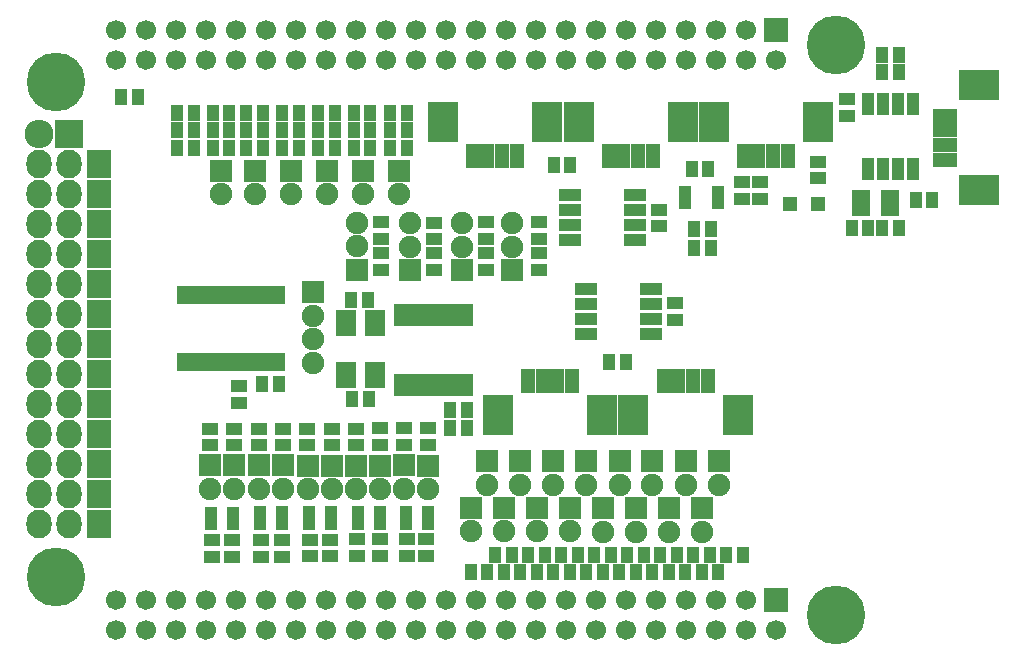
<source format=gts>
G04 #@! TF.FileFunction,Soldermask,Top*
%FSLAX46Y46*%
G04 Gerber Fmt 4.6, Leading zero omitted, Abs format (unit mm)*
G04 Created by KiCad (PCBNEW 0.201603200401+6630~43~ubuntu14.04.1-product) date Tue 22 Mar 2016 10:49:07 AM CET*
%MOMM*%
G01*
G04 APERTURE LIST*
%ADD10C,0.100000*%
%ADD11C,1.900000*%
%ADD12R,1.900000X1.900000*%
%ADD13R,2.127200X2.432000*%
%ADD14O,2.127200X2.432000*%
%ADD15R,2.000000X1.200000*%
%ADD16R,3.400000X2.500000*%
%ADD17R,1.200000X2.000000*%
%ADD18R,2.500000X3.400000*%
%ADD19R,0.800000X1.500000*%
%ADD20R,1.920000X1.000000*%
%ADD21R,1.000000X1.920000*%
%ADD22R,0.850000X1.850000*%
%ADD23R,1.800000X2.200000*%
%ADD24R,1.500000X2.300000*%
%ADD25R,1.100000X0.650000*%
%ADD26C,4.972000*%
%ADD27R,2.051000X2.051000*%
%ADD28C,1.700480*%
%ADD29R,1.060000X0.700000*%
%ADD30R,1.300000X1.300000*%
%ADD31R,2.432000X2.432000*%
%ADD32O,2.432000X2.432000*%
%ADD33R,1.400000X1.100000*%
%ADD34R,1.100000X1.400000*%
G04 APERTURE END LIST*
D10*
D11*
X127635000Y-77375000D03*
D12*
X127635000Y-81375000D03*
D11*
X127635000Y-79375000D03*
X123444000Y-77375000D03*
D12*
X123444000Y-81375000D03*
D11*
X123444000Y-79375000D03*
X118999000Y-77375000D03*
D12*
X118999000Y-81375000D03*
D11*
X118999000Y-79375000D03*
X114554000Y-77343000D03*
D12*
X114554000Y-81343000D03*
D11*
X114554000Y-79343000D03*
D13*
X92671900Y-72377300D03*
D14*
X90131900Y-72377300D03*
X87591900Y-72377300D03*
D13*
X92671900Y-74917300D03*
D14*
X90131900Y-74917300D03*
X87591900Y-74917300D03*
D13*
X92671900Y-77457300D03*
D14*
X90131900Y-77457300D03*
X87591900Y-77457300D03*
D13*
X92671900Y-79997300D03*
D14*
X90131900Y-79997300D03*
X87591900Y-79997300D03*
D13*
X92671900Y-82537300D03*
D14*
X90131900Y-82537300D03*
X87591900Y-82537300D03*
D13*
X92671900Y-85077300D03*
D14*
X90131900Y-85077300D03*
X87591900Y-85077300D03*
D13*
X92671900Y-87617300D03*
D14*
X90131900Y-87617300D03*
X87591900Y-87617300D03*
D13*
X92671900Y-90157300D03*
D14*
X90131900Y-90157300D03*
X87591900Y-90157300D03*
D13*
X92671900Y-92697300D03*
D14*
X90131900Y-92697300D03*
X87591900Y-92697300D03*
D13*
X92671900Y-95237300D03*
D14*
X90131900Y-95237300D03*
X87591900Y-95237300D03*
D13*
X92671900Y-97777300D03*
D14*
X90131900Y-97777300D03*
X87591900Y-97777300D03*
D13*
X92671900Y-100317300D03*
D14*
X90131900Y-100317300D03*
X87591900Y-100317300D03*
D13*
X92671900Y-102857300D03*
D14*
X90131900Y-102857300D03*
X87591900Y-102857300D03*
D11*
X110807500Y-89233000D03*
X110807500Y-87233000D03*
D12*
X110807500Y-83233000D03*
D11*
X110807500Y-85233000D03*
D15*
X164295500Y-68292500D03*
X164295500Y-69542500D03*
X164295500Y-70792500D03*
X164295500Y-72042500D03*
D16*
X167195500Y-74592500D03*
X167195500Y-65742500D03*
D17*
X135836500Y-71734000D03*
X137086500Y-71734000D03*
X138336500Y-71734000D03*
X139586500Y-71734000D03*
D18*
X142136500Y-68834000D03*
X133286500Y-68834000D03*
D17*
X124319500Y-71734000D03*
X125569500Y-71734000D03*
X126819500Y-71734000D03*
X128069500Y-71734000D03*
D18*
X130619500Y-68834000D03*
X121769500Y-68834000D03*
D17*
X144234700Y-90724400D03*
X142984700Y-90724400D03*
X141734700Y-90724400D03*
X140484700Y-90724400D03*
D18*
X137934700Y-93624400D03*
X146784700Y-93624400D03*
D17*
X132741200Y-90724400D03*
X131491200Y-90724400D03*
X130241200Y-90724400D03*
X128991200Y-90724400D03*
D18*
X126441200Y-93624400D03*
X135291200Y-93624400D03*
D17*
X147266500Y-71734000D03*
X148516500Y-71734000D03*
X149766500Y-71734000D03*
X151016500Y-71734000D03*
D18*
X153566500Y-68834000D03*
X144716500Y-68834000D03*
D19*
X108111000Y-83446500D03*
X107461000Y-83446500D03*
X106811000Y-83446500D03*
X106161000Y-83446500D03*
X105511000Y-83446500D03*
X104861000Y-83446500D03*
X104211000Y-83446500D03*
X103561000Y-83446500D03*
X102911000Y-83446500D03*
X102261000Y-83446500D03*
X101611000Y-83446500D03*
X100961000Y-83446500D03*
X100311000Y-83446500D03*
X99661000Y-83446500D03*
X99661000Y-89146500D03*
X100311000Y-89146500D03*
X100961000Y-89146500D03*
X101611000Y-89146500D03*
X102261000Y-89146500D03*
X102911000Y-89146500D03*
X103561000Y-89146500D03*
X104211000Y-89146500D03*
X104861000Y-89146500D03*
X105511000Y-89146500D03*
X106161000Y-89146500D03*
X106811000Y-89146500D03*
X107461000Y-89146500D03*
X108111000Y-89146500D03*
D20*
X132588000Y-78803500D03*
X132588000Y-77533500D03*
X132588000Y-76263500D03*
X132588000Y-74993500D03*
X138088000Y-74993500D03*
X138088000Y-76263500D03*
X138088000Y-77533500D03*
X138088000Y-78803500D03*
X133934200Y-86766400D03*
X133934200Y-85496400D03*
X133934200Y-84226400D03*
X133934200Y-82956400D03*
X139434200Y-82956400D03*
X139434200Y-84226400D03*
X139434200Y-85496400D03*
X139434200Y-86766400D03*
D21*
X157797500Y-67334500D03*
X159067500Y-67334500D03*
X160337500Y-67334500D03*
X161607500Y-67334500D03*
X161607500Y-72834500D03*
X160337500Y-72834500D03*
X159067500Y-72834500D03*
X157797500Y-72834500D03*
D22*
X123920800Y-85191600D03*
X123270800Y-85191600D03*
X122620800Y-85191600D03*
X121970800Y-85191600D03*
X121320800Y-85191600D03*
X120670800Y-85191600D03*
X120020800Y-85191600D03*
X119370800Y-85191600D03*
X118720800Y-85191600D03*
X118070800Y-85191600D03*
X118070800Y-91091600D03*
X118720800Y-91091600D03*
X119370800Y-91091600D03*
X120020800Y-91091600D03*
X120670800Y-91091600D03*
X121320800Y-91091600D03*
X121970800Y-91091600D03*
X122620800Y-91091600D03*
X123270800Y-91091600D03*
X123920800Y-91091600D03*
D23*
X113614200Y-90277400D03*
X113614200Y-85877400D03*
X116014200Y-85877400D03*
X116014200Y-90277400D03*
D24*
X159669800Y-75692000D03*
X157169800Y-75692000D03*
D25*
X145097500Y-74549000D03*
X145097500Y-74999000D03*
X145097500Y-75449000D03*
X142297500Y-75899000D03*
X142297500Y-75449000D03*
X142297500Y-74999000D03*
X142297500Y-74549000D03*
X145097500Y-75899000D03*
D26*
X89052400Y-65481200D03*
X155092400Y-62306200D03*
X155092400Y-110566200D03*
X89052400Y-107391200D03*
D27*
X150012400Y-61036200D03*
D28*
X150012400Y-63576200D03*
X147472400Y-61036200D03*
X147472400Y-63576200D03*
X144932400Y-61036200D03*
X144932400Y-63576200D03*
X142392400Y-61036200D03*
X142392400Y-63576200D03*
X139852400Y-61036200D03*
X139852400Y-63576200D03*
X137312400Y-61036200D03*
X137312400Y-63576200D03*
X134772400Y-61036200D03*
X134772400Y-63576200D03*
X132232400Y-61036200D03*
X132232400Y-63576200D03*
X129692400Y-61036200D03*
X129692400Y-63576200D03*
X127152400Y-61036200D03*
X127152400Y-63576200D03*
X124612400Y-61036200D03*
X124612400Y-63576200D03*
X122072400Y-61036200D03*
X122072400Y-63576200D03*
X119532400Y-61036200D03*
X119532400Y-63576200D03*
X116992400Y-61036200D03*
X116992400Y-63576200D03*
X114452400Y-61036200D03*
X114452400Y-63576200D03*
X111912400Y-61036200D03*
X111912400Y-63576200D03*
X109372400Y-61036200D03*
X109372400Y-63576200D03*
X106832400Y-61036200D03*
X106832400Y-63576200D03*
X104292400Y-61036200D03*
X104292400Y-63576200D03*
X101752400Y-61036200D03*
X101752400Y-63576200D03*
X99212400Y-61036200D03*
X99212400Y-63576200D03*
X96672400Y-61036200D03*
X96672400Y-63576200D03*
X94132400Y-61036200D03*
X94132400Y-63576200D03*
D27*
X150012400Y-109296200D03*
D28*
X150012400Y-111836200D03*
X147472400Y-109296200D03*
X147472400Y-111836200D03*
X144932400Y-109296200D03*
X144932400Y-111836200D03*
X142392400Y-109296200D03*
X142392400Y-111836200D03*
X139852400Y-109296200D03*
X139852400Y-111836200D03*
X137312400Y-109296200D03*
X137312400Y-111836200D03*
X134772400Y-109296200D03*
X134772400Y-111836200D03*
X132232400Y-109296200D03*
X132232400Y-111836200D03*
X129692400Y-109296200D03*
X129692400Y-111836200D03*
X127152400Y-109296200D03*
X127152400Y-111836200D03*
X124612400Y-109296200D03*
X124612400Y-111836200D03*
X122072400Y-109296200D03*
X122072400Y-111836200D03*
X119532400Y-109296200D03*
X119532400Y-111836200D03*
X116992400Y-109296200D03*
X116992400Y-111836200D03*
X114452400Y-109296200D03*
X114452400Y-111836200D03*
X111912400Y-109296200D03*
X111912400Y-111836200D03*
X109372400Y-109296200D03*
X109372400Y-111836200D03*
X106832400Y-109296200D03*
X106832400Y-111836200D03*
X104292400Y-109296200D03*
X104292400Y-111836200D03*
X101752400Y-109296200D03*
X101752400Y-111836200D03*
X99212400Y-109296200D03*
X99212400Y-111836200D03*
X96672400Y-109296200D03*
X96672400Y-111836200D03*
X94132400Y-109296200D03*
X94132400Y-111836200D03*
D29*
X104025700Y-103065100D03*
X104025700Y-102415100D03*
X104025700Y-101765100D03*
X102185700Y-101765100D03*
X102185700Y-102415100D03*
X102185700Y-103065100D03*
X108153200Y-103024700D03*
X108153200Y-102374700D03*
X108153200Y-101724700D03*
X106313200Y-101724700D03*
X106313200Y-102374700D03*
X106313200Y-103024700D03*
X112318800Y-103024700D03*
X112318800Y-102374700D03*
X112318800Y-101724700D03*
X110478800Y-101724700D03*
X110478800Y-102374700D03*
X110478800Y-103024700D03*
X116432100Y-103014300D03*
X116432100Y-102364300D03*
X116432100Y-101714300D03*
X114592100Y-101714300D03*
X114592100Y-102364300D03*
X114592100Y-103014300D03*
X120521500Y-102997000D03*
X120521500Y-102347000D03*
X120521500Y-101697000D03*
X118681500Y-101697000D03*
X118681500Y-102347000D03*
X118681500Y-102997000D03*
D30*
X153549200Y-75742800D03*
X151149200Y-75742800D03*
D31*
X90119200Y-69837300D03*
D32*
X87579200Y-69837300D03*
D33*
X153543000Y-72186800D03*
X153543000Y-73586800D03*
D34*
X143062500Y-79502000D03*
X144462500Y-79502000D03*
D33*
X102044500Y-96202500D03*
X102044500Y-94802500D03*
X104140000Y-96205500D03*
X104140000Y-94805500D03*
X103974900Y-105628900D03*
X103974900Y-104228900D03*
X102247700Y-105625900D03*
X102247700Y-104225900D03*
X106235500Y-96202500D03*
X106235500Y-94802500D03*
X108267500Y-96202500D03*
X108267500Y-94802500D03*
X108153200Y-105625900D03*
X108153200Y-104225900D03*
X106375200Y-105625900D03*
X106375200Y-104225900D03*
X110299500Y-96202500D03*
X110299500Y-94802500D03*
X112395000Y-96205500D03*
X112395000Y-94805500D03*
X112217200Y-105603500D03*
X112217200Y-104203500D03*
X110540800Y-105603500D03*
X110540800Y-104203500D03*
X114427000Y-96202500D03*
X114427000Y-94802500D03*
X116459000Y-96180100D03*
X116459000Y-94780100D03*
X116484400Y-105552700D03*
X116484400Y-104152700D03*
X114554000Y-105552700D03*
X114554000Y-104152700D03*
X104521000Y-91184500D03*
X104521000Y-92584500D03*
X118491000Y-96139000D03*
X118491000Y-94739000D03*
X120523000Y-96139000D03*
X120523000Y-94739000D03*
X120396000Y-105549700D03*
X120396000Y-104149700D03*
X118745000Y-105540000D03*
X118745000Y-104140000D03*
X116586000Y-79946500D03*
X116586000Y-81346500D03*
X121031000Y-79943500D03*
X121031000Y-81343500D03*
X125476000Y-79943500D03*
X125476000Y-81343500D03*
X129921000Y-79945000D03*
X129921000Y-81345000D03*
D34*
X115633500Y-69532500D03*
X114233500Y-69532500D03*
X114235000Y-70993000D03*
X115635000Y-70993000D03*
X112652000Y-69532500D03*
X111252000Y-69532500D03*
X111249000Y-70993000D03*
X112649000Y-70993000D03*
X125539500Y-106934000D03*
X124139500Y-106934000D03*
X127638000Y-105473500D03*
X126238000Y-105473500D03*
X128335000Y-106934000D03*
X126935000Y-106934000D03*
X130432000Y-105473500D03*
X129032000Y-105473500D03*
X131130500Y-106934000D03*
X129730500Y-106934000D03*
X133226000Y-105473500D03*
X131826000Y-105473500D03*
X118745000Y-69532500D03*
X117345000Y-69532500D03*
X117345000Y-70993000D03*
X118745000Y-70993000D03*
X106556000Y-69532500D03*
X105156000Y-69532500D03*
X105153000Y-70993000D03*
X106553000Y-70993000D03*
X133924500Y-106934000D03*
X132524500Y-106934000D03*
X136018500Y-105473500D03*
X134618500Y-105473500D03*
X136718500Y-106934000D03*
X135318500Y-106934000D03*
X138814000Y-105473500D03*
X137414000Y-105473500D03*
X139512500Y-106934000D03*
X138112500Y-106934000D03*
X141608000Y-105473500D03*
X140208000Y-105473500D03*
X109601000Y-69532500D03*
X108201000Y-69532500D03*
X108201000Y-70993000D03*
X109601000Y-70993000D03*
X103695500Y-69532500D03*
X102295500Y-69532500D03*
X102295500Y-70993000D03*
X103695500Y-70993000D03*
X142305000Y-106934000D03*
X140905000Y-106934000D03*
X144402000Y-105473500D03*
X143002000Y-105473500D03*
X145100500Y-106934000D03*
X143700500Y-106934000D03*
X147196000Y-105473500D03*
X145796000Y-105473500D03*
X137301200Y-89115900D03*
X135901200Y-89115900D03*
X131189500Y-72453500D03*
X132589500Y-72453500D03*
X99314000Y-69532500D03*
X100714000Y-69532500D03*
X100714000Y-70993000D03*
X99314000Y-70993000D03*
X123828000Y-94716600D03*
X122428000Y-94716600D03*
D33*
X147129500Y-75312500D03*
X147129500Y-73912500D03*
X148653500Y-75312500D03*
X148653500Y-73912500D03*
D34*
X94550000Y-66738500D03*
X95950000Y-66738500D03*
X160402500Y-64579500D03*
X159002500Y-64579500D03*
X160404000Y-63119000D03*
X159004000Y-63119000D03*
D33*
X116586000Y-77341500D03*
X116586000Y-78741500D03*
X121031000Y-77343000D03*
X121031000Y-78743000D03*
X125476000Y-77341500D03*
X125476000Y-78741500D03*
X129921000Y-77341500D03*
X129921000Y-78741500D03*
D34*
X143065500Y-77851000D03*
X144465500Y-77851000D03*
X144275000Y-72771000D03*
X142875000Y-72771000D03*
X106488000Y-90982800D03*
X107888000Y-90982800D03*
X156410200Y-77774800D03*
X157810200Y-77774800D03*
X160404000Y-77774800D03*
X159004000Y-77774800D03*
X163234600Y-75412600D03*
X161834600Y-75412600D03*
D33*
X156019500Y-68327500D03*
X156019500Y-66927500D03*
D34*
X114236500Y-68072000D03*
X115636500Y-68072000D03*
X111252000Y-68072000D03*
X112652000Y-68072000D03*
X117348000Y-68072000D03*
X118748000Y-68072000D03*
X105153000Y-68072000D03*
X106553000Y-68072000D03*
X108204000Y-68072000D03*
X109604000Y-68072000D03*
X102295500Y-68072000D03*
X103695500Y-68072000D03*
X99314000Y-68072000D03*
X100714000Y-68072000D03*
D33*
X141427200Y-85561400D03*
X141427200Y-84161400D03*
X140081000Y-77662000D03*
X140081000Y-76262000D03*
D34*
X115457200Y-83908900D03*
X114057200Y-83908900D03*
X122428000Y-93256100D03*
X123828000Y-93256100D03*
X114120700Y-92290900D03*
X115520700Y-92290900D03*
D12*
X124142500Y-101489000D03*
D11*
X124142500Y-103489000D03*
D12*
X125539500Y-97536000D03*
D11*
X125539500Y-99536000D03*
D12*
X126936500Y-101473000D03*
D11*
X126936500Y-103473000D03*
D12*
X128333500Y-97536000D03*
D11*
X128333500Y-99536000D03*
D12*
X129730500Y-101473000D03*
D11*
X129730500Y-103473000D03*
D12*
X131127500Y-97536000D03*
D11*
X131127500Y-99536000D03*
D12*
X132524500Y-101473000D03*
D11*
X132524500Y-103473000D03*
D12*
X133921500Y-97536000D03*
D11*
X133921500Y-99536000D03*
D12*
X135318500Y-101505000D03*
D11*
X135318500Y-103505000D03*
D12*
X136779000Y-97536000D03*
D11*
X136779000Y-99536000D03*
D12*
X138112500Y-101536500D03*
D11*
X138112500Y-103536500D03*
D12*
X139509500Y-97536000D03*
D11*
X139509500Y-99536000D03*
D12*
X140906500Y-101552500D03*
D11*
X140906500Y-103552500D03*
D12*
X142367000Y-97536000D03*
D11*
X142367000Y-99536000D03*
D12*
X143700500Y-101552500D03*
D11*
X143700500Y-103552500D03*
D12*
X145161000Y-97536000D03*
D11*
X145161000Y-99536000D03*
D12*
X102044500Y-97904300D03*
D11*
X102044500Y-99904300D03*
D12*
X104127300Y-97904300D03*
D11*
X104127300Y-99904300D03*
D12*
X106222800Y-97904300D03*
D11*
X106222800Y-99904300D03*
D12*
X108254800Y-97904300D03*
D11*
X108254800Y-99904300D03*
D12*
X110337600Y-97920300D03*
D11*
X110337600Y-99920300D03*
D12*
X112369600Y-97936300D03*
D11*
X112369600Y-99936300D03*
D12*
X114439700Y-97920300D03*
D11*
X114439700Y-99920300D03*
D12*
X116471700Y-97929700D03*
D11*
X116471700Y-99929700D03*
D12*
X118491000Y-97904300D03*
D11*
X118491000Y-99904300D03*
D12*
X120523000Y-97920300D03*
D11*
X120523000Y-99920300D03*
D12*
X114998500Y-72961500D03*
D11*
X114998500Y-74961500D03*
D12*
X111950500Y-72961500D03*
D11*
X111950500Y-74961500D03*
D12*
X118046500Y-72961500D03*
D11*
X118046500Y-74961500D03*
D12*
X105854500Y-72961500D03*
D11*
X105854500Y-74961500D03*
D12*
X108902500Y-72961500D03*
D11*
X108902500Y-74961500D03*
D12*
X102997000Y-72961500D03*
D11*
X102997000Y-74961500D03*
M02*

</source>
